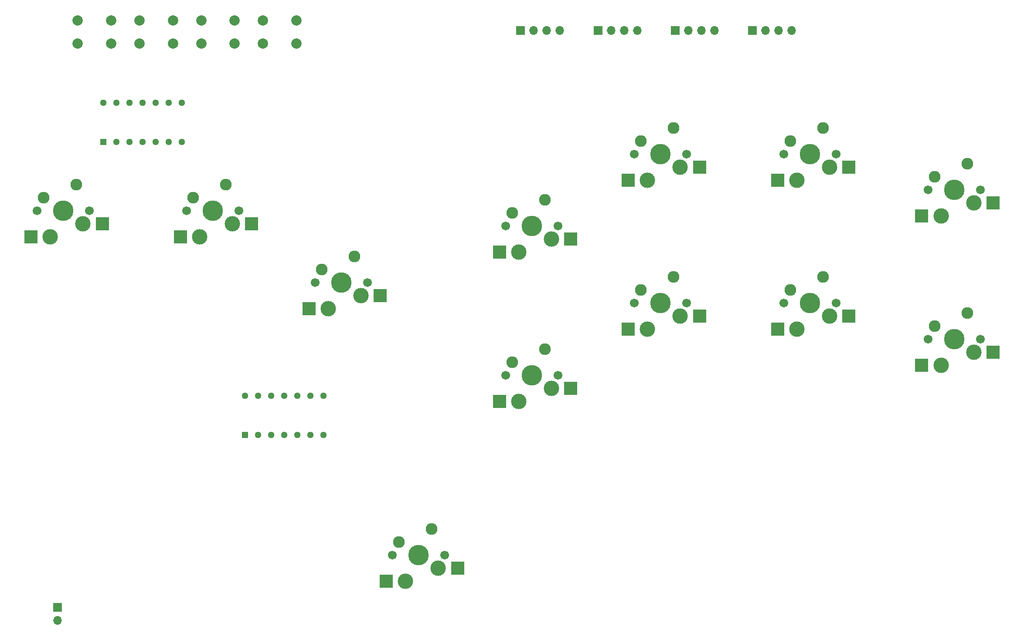
<source format=gbr>
%TF.GenerationSoftware,KiCad,Pcbnew,7.0.2*%
%TF.CreationDate,2023-06-15T03:48:31-07:00*%
%TF.ProjectId,DS5,4453352e-6b69-4636-9164-5f7063625858,rev?*%
%TF.SameCoordinates,Original*%
%TF.FileFunction,Soldermask,Bot*%
%TF.FilePolarity,Negative*%
%FSLAX46Y46*%
G04 Gerber Fmt 4.6, Leading zero omitted, Abs format (unit mm)*
G04 Created by KiCad (PCBNEW 7.0.2) date 2023-06-15 03:48:31*
%MOMM*%
%LPD*%
G01*
G04 APERTURE LIST*
%ADD10R,1.295400X1.295400*%
%ADD11C,1.295400*%
%ADD12R,1.700000X1.700000*%
%ADD13O,1.700000X1.700000*%
%ADD14R,2.550000X2.500000*%
%ADD15C,2.286000*%
%ADD16C,1.701800*%
%ADD17C,3.000000*%
%ADD18C,3.987800*%
%ADD19C,2.000000*%
G04 APERTURE END LIST*
D10*
%TO.C,Left + Right*%
X49000000Y-49620000D03*
D11*
X51540000Y-49620000D03*
X54080000Y-49620000D03*
X56620000Y-49620000D03*
X59160000Y-49620000D03*
X61700000Y-49620000D03*
X64240000Y-49620000D03*
X64240000Y-42000000D03*
X61700000Y-42000000D03*
X59160000Y-42000000D03*
X56620000Y-42000000D03*
X54080000Y-42000000D03*
X51540000Y-42000000D03*
X49000000Y-42000000D03*
%TD*%
D12*
%TO.C,BT1*%
X40100000Y-140160000D03*
D13*
X40100000Y-142700000D03*
%TD*%
D12*
%TO.C,Shoulder*%
X175060000Y-28000000D03*
D13*
X177600000Y-28000000D03*
X180140000Y-28000000D03*
X182680000Y-28000000D03*
%TD*%
D14*
%TO.C,Right*%
X102770000Y-79540000D03*
D15*
X91400000Y-74460000D03*
X97750000Y-71920000D03*
D14*
X88920000Y-82080000D03*
D16*
X100290000Y-77000000D03*
D17*
X99020000Y-79540000D03*
D18*
X95210000Y-77000000D03*
D17*
X92670000Y-82080000D03*
D16*
X90130000Y-77000000D03*
%TD*%
%TO.C,L1*%
X209130000Y-59000000D03*
D17*
X211670000Y-64080000D03*
D18*
X214210000Y-59000000D03*
D17*
X218020000Y-61540000D03*
D16*
X219290000Y-59000000D03*
D14*
X207920000Y-64080000D03*
D15*
X216750000Y-53920000D03*
X210400000Y-56460000D03*
D14*
X221770000Y-61540000D03*
%TD*%
D12*
%TO.C,DPad1*%
X145060000Y-28000000D03*
D13*
X147600000Y-28000000D03*
X150140000Y-28000000D03*
X152680000Y-28000000D03*
%TD*%
D16*
%TO.C,Cross*%
X127130000Y-95000000D03*
D17*
X129670000Y-100080000D03*
D18*
X132210000Y-95000000D03*
D17*
X136020000Y-97540000D03*
D16*
X137290000Y-95000000D03*
D14*
X125920000Y-100080000D03*
D15*
X134750000Y-89920000D03*
X128400000Y-92460000D03*
D14*
X139770000Y-97540000D03*
%TD*%
D10*
%TO.C,Up + Down*%
X76460000Y-106620000D03*
D11*
X79000000Y-106620000D03*
X81540000Y-106620000D03*
X84080000Y-106620000D03*
X86620000Y-106620000D03*
X89160000Y-106620000D03*
X91700000Y-106620000D03*
X91700000Y-99000000D03*
X89160000Y-99000000D03*
X86620000Y-99000000D03*
X84080000Y-99000000D03*
X81540000Y-99000000D03*
X79000000Y-99000000D03*
X76460000Y-99000000D03*
%TD*%
D19*
%TO.C,Share*%
X68000000Y-26000000D03*
X74500000Y-26000000D03*
X68000000Y-30500000D03*
X74500000Y-30500000D03*
%TD*%
D16*
%TO.C,L2*%
X209130000Y-88000000D03*
D17*
X211670000Y-93080000D03*
D18*
X214210000Y-88000000D03*
D17*
X218020000Y-90540000D03*
D16*
X219290000Y-88000000D03*
D14*
X207920000Y-93080000D03*
D15*
X216750000Y-82920000D03*
X210400000Y-85460000D03*
D14*
X221770000Y-90540000D03*
%TD*%
D16*
%TO.C,Left*%
X36130000Y-63000000D03*
D17*
X38670000Y-68080000D03*
D18*
X41210000Y-63000000D03*
D17*
X45020000Y-65540000D03*
D16*
X46290000Y-63000000D03*
D14*
X34920000Y-68080000D03*
D15*
X43750000Y-57920000D03*
X37400000Y-60460000D03*
D14*
X48770000Y-65540000D03*
%TD*%
D16*
%TO.C,R2*%
X181130000Y-81000000D03*
D17*
X183670000Y-86080000D03*
D18*
X186210000Y-81000000D03*
D17*
X190020000Y-83540000D03*
D16*
X191290000Y-81000000D03*
D14*
X179920000Y-86080000D03*
D15*
X188750000Y-75920000D03*
X182400000Y-78460000D03*
D14*
X193770000Y-83540000D03*
%TD*%
D19*
%TO.C,Touch*%
X80000000Y-26000000D03*
X86500000Y-26000000D03*
X80000000Y-30500000D03*
X86500000Y-30500000D03*
%TD*%
D16*
%TO.C,Up*%
X105130000Y-130000000D03*
D17*
X107670000Y-135080000D03*
D18*
X110210000Y-130000000D03*
D17*
X114020000Y-132540000D03*
D16*
X115290000Y-130000000D03*
D14*
X103920000Y-135080000D03*
D15*
X112750000Y-124920000D03*
X106400000Y-127460000D03*
D14*
X117770000Y-132540000D03*
%TD*%
D16*
%TO.C,R1*%
X181130000Y-52000000D03*
D17*
X183670000Y-57080000D03*
D18*
X186210000Y-52000000D03*
D17*
X190020000Y-54540000D03*
D16*
X191290000Y-52000000D03*
D14*
X179920000Y-57080000D03*
D15*
X188750000Y-46920000D03*
X182400000Y-49460000D03*
D14*
X193770000Y-54540000D03*
%TD*%
D19*
%TO.C,Option*%
X56000000Y-26000000D03*
X62500000Y-26000000D03*
X56000000Y-30500000D03*
X62500000Y-30500000D03*
%TD*%
D16*
%TO.C,Square*%
X127130000Y-66000000D03*
D17*
X129670000Y-71080000D03*
D18*
X132210000Y-66000000D03*
D17*
X136020000Y-68540000D03*
D16*
X137290000Y-66000000D03*
D14*
X125920000Y-71080000D03*
D15*
X134750000Y-60920000D03*
X128400000Y-63460000D03*
D14*
X139770000Y-68540000D03*
%TD*%
D12*
%TO.C,Face*%
X160060000Y-28000000D03*
D13*
X162600000Y-28000000D03*
X165140000Y-28000000D03*
X167680000Y-28000000D03*
%TD*%
D16*
%TO.C,Circle*%
X152130000Y-81000000D03*
D17*
X154670000Y-86080000D03*
D18*
X157210000Y-81000000D03*
D17*
X161020000Y-83540000D03*
D16*
X162290000Y-81000000D03*
D14*
X150920000Y-86080000D03*
D15*
X159750000Y-75920000D03*
X153400000Y-78460000D03*
D14*
X164770000Y-83540000D03*
%TD*%
%TO.C,Down*%
X77770000Y-65540000D03*
D15*
X66400000Y-60460000D03*
X72750000Y-57920000D03*
D14*
X63920000Y-68080000D03*
D16*
X75290000Y-63000000D03*
D17*
X74020000Y-65540000D03*
D18*
X70210000Y-63000000D03*
D17*
X67670000Y-68080000D03*
D16*
X65130000Y-63000000D03*
%TD*%
%TO.C,Triangle*%
X152130000Y-52000000D03*
D17*
X154670000Y-57080000D03*
D18*
X157210000Y-52000000D03*
D17*
X161020000Y-54540000D03*
D16*
X162290000Y-52000000D03*
D14*
X150920000Y-57080000D03*
D15*
X159750000Y-46920000D03*
X153400000Y-49460000D03*
D14*
X164770000Y-54540000D03*
%TD*%
D19*
%TO.C,Ps*%
X44000000Y-26000000D03*
X50500000Y-26000000D03*
X44000000Y-30500000D03*
X50500000Y-30500000D03*
%TD*%
D12*
%TO.C,Side*%
X130000000Y-28000000D03*
D13*
X132540000Y-28000000D03*
X135080000Y-28000000D03*
X137620000Y-28000000D03*
%TD*%
M02*

</source>
